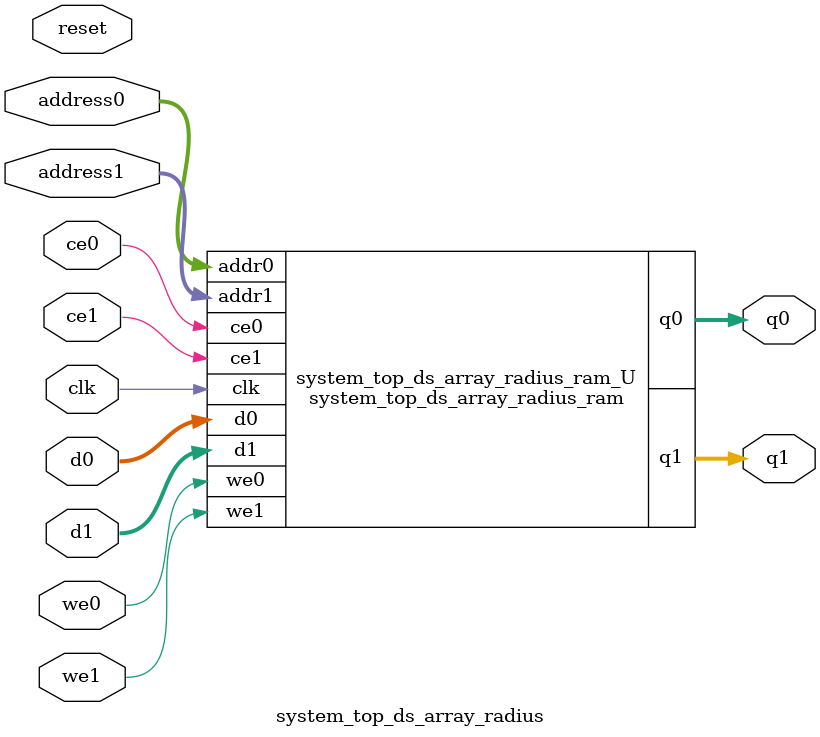
<source format=v>
`timescale 1 ns / 1 ps
module system_top_ds_array_radius_ram (addr0, ce0, d0, we0, q0, addr1, ce1, d1, we1, q1,  clk);

parameter DWIDTH = 64;
parameter AWIDTH = 13;
parameter MEM_SIZE = 5000;

input[AWIDTH-1:0] addr0;
input ce0;
input[DWIDTH-1:0] d0;
input we0;
output reg[DWIDTH-1:0] q0;
input[AWIDTH-1:0] addr1;
input ce1;
input[DWIDTH-1:0] d1;
input we1;
output reg[DWIDTH-1:0] q1;
input clk;

reg [DWIDTH-1:0] ram[0:MEM_SIZE-1];




always @(posedge clk)  
begin 
    if (ce0) begin
        if (we0) 
            ram[addr0] <= d0; 
        q0 <= ram[addr0];
    end
end


always @(posedge clk)  
begin 
    if (ce1) begin
        if (we1) 
            ram[addr1] <= d1; 
        q1 <= ram[addr1];
    end
end


endmodule

`timescale 1 ns / 1 ps
module system_top_ds_array_radius(
    reset,
    clk,
    address0,
    ce0,
    we0,
    d0,
    q0,
    address1,
    ce1,
    we1,
    d1,
    q1);

parameter DataWidth = 32'd64;
parameter AddressRange = 32'd5000;
parameter AddressWidth = 32'd13;
input reset;
input clk;
input[AddressWidth - 1:0] address0;
input ce0;
input we0;
input[DataWidth - 1:0] d0;
output[DataWidth - 1:0] q0;
input[AddressWidth - 1:0] address1;
input ce1;
input we1;
input[DataWidth - 1:0] d1;
output[DataWidth - 1:0] q1;



system_top_ds_array_radius_ram system_top_ds_array_radius_ram_U(
    .clk( clk ),
    .addr0( address0 ),
    .ce0( ce0 ),
    .we0( we0 ),
    .d0( d0 ),
    .q0( q0 ),
    .addr1( address1 ),
    .ce1( ce1 ),
    .we1( we1 ),
    .d1( d1 ),
    .q1( q1 ));

endmodule


</source>
